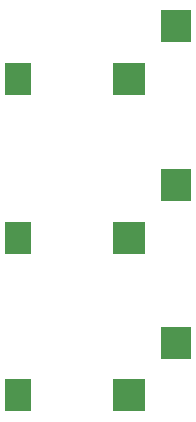
<source format=gbr>
G04 #@! TF.GenerationSoftware,KiCad,Pcbnew,(5.0.1)-rc2*
G04 #@! TF.CreationDate,2018-12-16T23:01:32-05:00*
G04 #@! TF.ProjectId,miniamp,6D696E69616D702E6B696361645F7063,rev?*
G04 #@! TF.SameCoordinates,Original*
G04 #@! TF.FileFunction,Paste,Top*
G04 #@! TF.FilePolarity,Positive*
%FSLAX46Y46*%
G04 Gerber Fmt 4.6, Leading zero omitted, Abs format (unit mm)*
G04 Created by KiCad (PCBNEW (5.0.1)-rc2) date 12/16/2018 11:01:32 PM*
%MOMM*%
%LPD*%
G01*
G04 APERTURE LIST*
%ADD10R,2.200000X2.800000*%
%ADD11R,2.800000X2.800000*%
%ADD12R,2.600000X2.800000*%
G04 APERTURE END LIST*
D10*
G04 #@! TO.C,J2*
X124309000Y-87139000D03*
D11*
X133709000Y-87139000D03*
D12*
X137709000Y-82689000D03*
G04 #@! TD*
G04 #@! TO.C,J3*
X137709000Y-69227000D03*
D11*
X133709000Y-73677000D03*
D10*
X124309000Y-73677000D03*
G04 #@! TD*
G04 #@! TO.C,J1*
X124309000Y-100474000D03*
D11*
X133709000Y-100474000D03*
D12*
X137709000Y-96024000D03*
G04 #@! TD*
M02*

</source>
